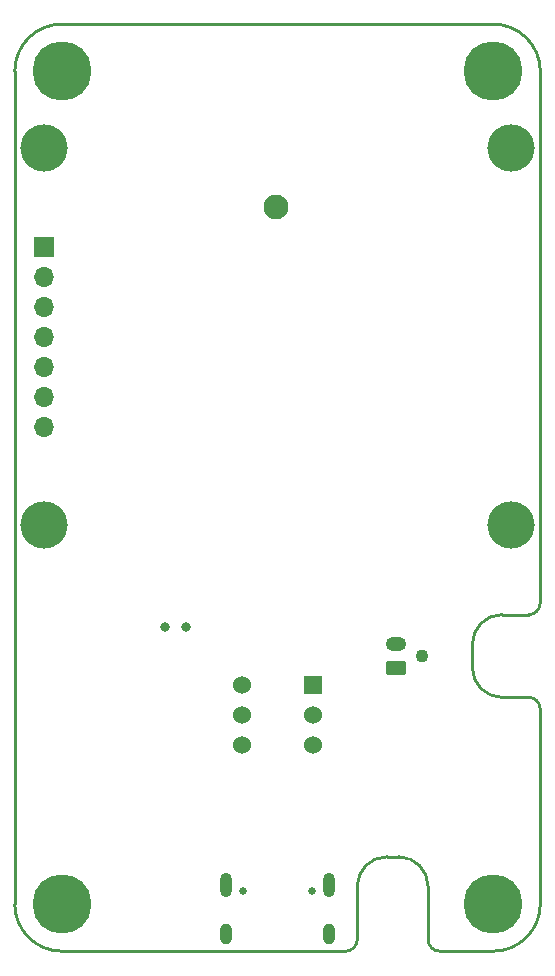
<source format=gbs>
G04 #@! TF.GenerationSoftware,KiCad,Pcbnew,7.0.1*
G04 #@! TF.CreationDate,2023-09-19T14:51:08+09:00*
G04 #@! TF.ProjectId,ESP32-DevKit-Lipo_Rev_C,45535033-322d-4446-9576-4b69742d4c69,C*
G04 #@! TF.SameCoordinates,Original*
G04 #@! TF.FileFunction,Soldermask,Bot*
G04 #@! TF.FilePolarity,Negative*
%FSLAX46Y46*%
G04 Gerber Fmt 4.6, Leading zero omitted, Abs format (unit mm)*
G04 Created by KiCad (PCBNEW 7.0.1) date 2023-09-19 14:51:08*
%MOMM*%
%LPD*%
G01*
G04 APERTURE LIST*
G04 Aperture macros list*
%AMRoundRect*
0 Rectangle with rounded corners*
0 $1 Rounding radius*
0 $2 $3 $4 $5 $6 $7 $8 $9 X,Y pos of 4 corners*
0 Add a 4 corners polygon primitive as box body*
4,1,4,$2,$3,$4,$5,$6,$7,$8,$9,$2,$3,0*
0 Add four circle primitives for the rounded corners*
1,1,$1+$1,$2,$3*
1,1,$1+$1,$4,$5*
1,1,$1+$1,$6,$7*
1,1,$1+$1,$8,$9*
0 Add four rect primitives between the rounded corners*
20,1,$1+$1,$2,$3,$4,$5,0*
20,1,$1+$1,$4,$5,$6,$7,0*
20,1,$1+$1,$6,$7,$8,$9,0*
20,1,$1+$1,$8,$9,$2,$3,0*%
G04 Aperture macros list end*
%ADD10C,2.101600*%
%ADD11RoundRect,0.250000X0.625000X-0.350000X0.625000X0.350000X-0.625000X0.350000X-0.625000X-0.350000X0*%
%ADD12O,1.750000X1.200000*%
%ADD13C,0.801600*%
%ADD14C,0.800000*%
%ADD15C,5.000000*%
%ADD16C,4.000000*%
%ADD17R,1.524000X1.524000*%
%ADD18C,1.524000*%
%ADD19R,1.700000X1.700000*%
%ADD20O,1.700000X1.700000*%
%ADD21C,0.650000*%
%ADD22O,1.000000X2.100000*%
%ADD23O,1.000000X1.800000*%
%ADD24C,1.101600*%
G04 #@! TA.AperFunction,Profile*
%ADD25C,0.254000*%
G04 #@! TD*
G04 APERTURE END LIST*
D10*
X142510000Y-80022000D03*
D11*
X152700000Y-119000000D03*
D12*
X152700000Y-117000000D03*
D13*
X134885000Y-115570000D03*
X133085000Y-115570000D03*
D14*
X159025000Y-68500000D03*
X159574175Y-67174175D03*
X159574175Y-69825825D03*
X160900000Y-66625000D03*
D15*
X160900000Y-68500000D03*
D14*
X160900000Y-70375000D03*
X162225825Y-67174175D03*
X162225825Y-69825825D03*
X162775000Y-68500000D03*
D16*
X122900000Y-75000000D03*
X122900000Y-106900000D03*
X162400000Y-75000000D03*
X162400000Y-106900000D03*
D14*
X159025000Y-139000000D03*
X159574175Y-137674175D03*
X159574175Y-140325825D03*
X160900000Y-137125000D03*
D15*
X160900000Y-139000000D03*
D14*
X160900000Y-140875000D03*
X162225825Y-137674175D03*
X162225825Y-140325825D03*
X162775000Y-139000000D03*
D17*
X145650000Y-120500000D03*
D18*
X145650000Y-123000000D03*
X145650000Y-125500000D03*
X139650000Y-120500000D03*
X139650000Y-123000000D03*
X139650000Y-125500000D03*
D14*
X122525000Y-139000000D03*
X123074175Y-137674175D03*
X123074175Y-140325825D03*
X124400000Y-137125000D03*
D15*
X124400000Y-139000000D03*
D14*
X124400000Y-140875000D03*
X125725825Y-137674175D03*
X125725825Y-140325825D03*
X126275000Y-139000000D03*
D19*
X122900000Y-83400000D03*
D20*
X122900000Y-85940000D03*
X122900000Y-88480000D03*
X122900000Y-91020000D03*
X122900000Y-93560000D03*
X122900000Y-96100000D03*
X122900000Y-98640000D03*
D14*
X122525000Y-68500000D03*
X123074175Y-67174175D03*
X123074175Y-69825825D03*
X124400000Y-66625000D03*
D15*
X124400000Y-68500000D03*
D14*
X124400000Y-70375000D03*
X125725825Y-67174175D03*
X125725825Y-69825825D03*
X126275000Y-68500000D03*
D21*
X139760000Y-137895000D03*
X145540000Y-137895000D03*
D22*
X138330000Y-137375000D03*
D23*
X138330000Y-141575000D03*
D22*
X146970000Y-137375000D03*
D23*
X146970000Y-141575000D03*
D24*
X154900000Y-118000000D03*
D25*
X163900000Y-121500000D02*
X161650000Y-121500000D01*
X159150000Y-117000000D02*
X159150000Y-119000000D01*
X161650000Y-114500000D02*
G75*
G03*
X159150000Y-117000000I0J-2500000D01*
G01*
X151900000Y-135000000D02*
G75*
G03*
X149400000Y-137500000I0J-2500000D01*
G01*
X155400000Y-137500000D02*
G75*
G03*
X152900000Y-135000000I-2500000J0D01*
G01*
X159150000Y-119000000D02*
G75*
G03*
X161650000Y-121500000I2500000J0D01*
G01*
X164900000Y-122500000D02*
G75*
G03*
X163900000Y-121500000I-1000000J0D01*
G01*
X148400000Y-143000000D02*
G75*
G03*
X149400000Y-142000000I0J1000000D01*
G01*
X155400000Y-142000000D02*
X155400000Y-137500000D01*
X120400000Y-68500000D02*
X120400000Y-139000000D01*
X163900000Y-114500000D02*
X161650000Y-114500000D01*
X124400000Y-64500000D02*
G75*
G03*
X120400000Y-68500000I0J-4000000D01*
G01*
X160900000Y-64500000D02*
X124400000Y-64500000D01*
X152900000Y-135000000D02*
X151900000Y-135000000D01*
X164900000Y-68500000D02*
X164900000Y-113500000D01*
X164900000Y-68500000D02*
G75*
G03*
X160900000Y-64500000I-4000000J0D01*
G01*
X120400000Y-139000000D02*
G75*
G03*
X124400000Y-143000000I4000000J0D01*
G01*
X149400000Y-137500000D02*
X149400000Y-142000000D01*
X155400000Y-142000000D02*
G75*
G03*
X156400000Y-143000000I1000000J0D01*
G01*
X163900000Y-114500000D02*
G75*
G03*
X164900000Y-113500000I0J1000000D01*
G01*
X160900000Y-143000000D02*
X156400000Y-143000000D01*
X164900000Y-139000000D02*
X164900000Y-122500000D01*
X148400000Y-143000000D02*
X124400000Y-143000000D01*
X160900000Y-143000000D02*
G75*
G03*
X164900000Y-139000000I0J4000000D01*
G01*
M02*

</source>
